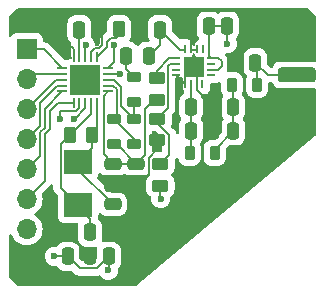
<source format=gbr>
%TF.GenerationSoftware,KiCad,Pcbnew,8.0.8*%
%TF.CreationDate,2025-04-03T17:01:25+02:00*%
%TF.ProjectId,nrf24small,6e726632-3473-46d6-916c-6c2e6b696361,rev?*%
%TF.SameCoordinates,Original*%
%TF.FileFunction,Copper,L1,Top*%
%TF.FilePolarity,Positive*%
%FSLAX46Y46*%
G04 Gerber Fmt 4.6, Leading zero omitted, Abs format (unit mm)*
G04 Created by KiCad (PCBNEW 8.0.8) date 2025-04-03 17:01:25*
%MOMM*%
%LPD*%
G01*
G04 APERTURE LIST*
G04 Aperture macros list*
%AMRoundRect*
0 Rectangle with rounded corners*
0 $1 Rounding radius*
0 $2 $3 $4 $5 $6 $7 $8 $9 X,Y pos of 4 corners*
0 Add a 4 corners polygon primitive as box body*
4,1,4,$2,$3,$4,$5,$6,$7,$8,$9,$2,$3,0*
0 Add four circle primitives for the rounded corners*
1,1,$1+$1,$2,$3*
1,1,$1+$1,$4,$5*
1,1,$1+$1,$6,$7*
1,1,$1+$1,$8,$9*
0 Add four rect primitives between the rounded corners*
20,1,$1+$1,$2,$3,$4,$5,0*
20,1,$1+$1,$4,$5,$6,$7,0*
20,1,$1+$1,$6,$7,$8,$9,0*
20,1,$1+$1,$8,$9,$2,$3,0*%
G04 Aperture macros list end*
%TA.AperFunction,SMDPad,CuDef*%
%ADD10RoundRect,0.218750X0.218750X0.381250X-0.218750X0.381250X-0.218750X-0.381250X0.218750X-0.381250X0*%
%TD*%
%TA.AperFunction,SMDPad,CuDef*%
%ADD11R,0.254000X0.762000*%
%TD*%
%TA.AperFunction,SMDPad,CuDef*%
%ADD12R,0.762000X0.254000*%
%TD*%
%TA.AperFunction,SMDPad,CuDef*%
%ADD13R,1.752600X1.752600*%
%TD*%
%TA.AperFunction,SMDPad,CuDef*%
%ADD14RoundRect,0.250000X0.250000X0.475000X-0.250000X0.475000X-0.250000X-0.475000X0.250000X-0.475000X0*%
%TD*%
%TA.AperFunction,SMDPad,CuDef*%
%ADD15RoundRect,0.250000X0.450000X-0.262500X0.450000X0.262500X-0.450000X0.262500X-0.450000X-0.262500X0*%
%TD*%
%TA.AperFunction,SMDPad,CuDef*%
%ADD16RoundRect,0.218750X0.381250X-0.218750X0.381250X0.218750X-0.381250X0.218750X-0.381250X-0.218750X0*%
%TD*%
%TA.AperFunction,SMDPad,CuDef*%
%ADD17RoundRect,0.250000X-0.250000X-0.475000X0.250000X-0.475000X0.250000X0.475000X-0.250000X0.475000X0*%
%TD*%
%TA.AperFunction,SMDPad,CuDef*%
%ADD18RoundRect,0.250000X0.475000X-0.250000X0.475000X0.250000X-0.475000X0.250000X-0.475000X-0.250000X0*%
%TD*%
%TA.AperFunction,SMDPad,CuDef*%
%ADD19RoundRect,0.250000X-0.262500X-0.450000X0.262500X-0.450000X0.262500X0.450000X-0.262500X0.450000X0*%
%TD*%
%TA.AperFunction,SMDPad,CuDef*%
%ADD20RoundRect,0.062500X-0.350000X-0.062500X0.350000X-0.062500X0.350000X0.062500X-0.350000X0.062500X0*%
%TD*%
%TA.AperFunction,SMDPad,CuDef*%
%ADD21RoundRect,0.062500X-0.062500X-0.350000X0.062500X-0.350000X0.062500X0.350000X-0.062500X0.350000X0*%
%TD*%
%TA.AperFunction,HeatsinkPad*%
%ADD22R,2.500000X2.500000*%
%TD*%
%TA.AperFunction,SMDPad,CuDef*%
%ADD23RoundRect,0.250000X0.262500X0.450000X-0.262500X0.450000X-0.262500X-0.450000X0.262500X-0.450000X0*%
%TD*%
%TA.AperFunction,SMDPad,CuDef*%
%ADD24R,2.400000X2.000000*%
%TD*%
%TA.AperFunction,SMDPad,CuDef*%
%ADD25RoundRect,0.218750X-0.381250X0.218750X-0.381250X-0.218750X0.381250X-0.218750X0.381250X0.218750X0*%
%TD*%
%TA.AperFunction,SMDPad,CuDef*%
%ADD26RoundRect,0.250000X-0.450000X0.262500X-0.450000X-0.262500X0.450000X-0.262500X0.450000X0.262500X0*%
%TD*%
%TA.AperFunction,ComponentPad*%
%ADD27R,1.700000X1.700000*%
%TD*%
%TA.AperFunction,ComponentPad*%
%ADD28O,1.700000X1.700000*%
%TD*%
%TA.AperFunction,SMDPad,CuDef*%
%ADD29RoundRect,0.250000X-0.475000X0.250000X-0.475000X-0.250000X0.475000X-0.250000X0.475000X0.250000X0*%
%TD*%
%TA.AperFunction,SMDPad,CuDef*%
%ADD30RoundRect,0.250000X1.350000X-0.385000X1.350000X0.385000X-1.350000X0.385000X-1.350000X-0.385000X0*%
%TD*%
%TA.AperFunction,SMDPad,CuDef*%
%ADD31RoundRect,0.250000X1.600000X-0.425000X1.600000X0.425000X-1.600000X0.425000X-1.600000X-0.425000X0*%
%TD*%
%TA.AperFunction,ViaPad*%
%ADD32C,0.600000*%
%TD*%
%TA.AperFunction,Conductor*%
%ADD33C,0.200000*%
%TD*%
G04 APERTURE END LIST*
D10*
%TO.P,L7,1,1*%
%TO.N,Net-(J1-In)*%
X36499689Y-21509569D03*
%TO.P,L7,2,2*%
%TO.N,Net-(C15-Pad1)*%
X34374689Y-21509569D03*
%TD*%
D11*
%TO.P,U2,1,NC*%
%TO.N,N/C*%
X31891966Y-18489231D03*
%TO.P,U2,2,GND*%
%TO.N,GND*%
X31391965Y-18489231D03*
%TO.P,U2,3,GND*%
X30891965Y-18489231D03*
%TO.P,U2,4,TXRX*%
%TO.N,Net-(U2-TXRX)*%
X30391964Y-18489231D03*
D12*
%TO.P,U2,5,TXEN*%
%TO.N,Net-(U2-TXEN)*%
X29680223Y-19189613D03*
%TO.P,U2,6,RXEN*%
%TO.N,Net-(U2-RXEN)*%
X29680223Y-19689614D03*
%TO.P,U2,7,NC*%
%TO.N,unconnected-(U2-NC-Pad7)*%
X29680223Y-20189614D03*
%TO.P,U2,8,GND*%
%TO.N,GND*%
X29680223Y-20689615D03*
D11*
%TO.P,U2,9,GND*%
X30383166Y-21411381D03*
%TO.P,U2,10,ANT*%
%TO.N,Net-(U2-ANT)*%
X30883167Y-21411381D03*
%TO.P,U2,11,GND*%
%TO.N,GND*%
X31383167Y-21411381D03*
%TO.P,U2,12,NC*%
%TO.N,unconnected-(U2-NC-Pad12)*%
X31883168Y-21411381D03*
D12*
%TO.P,U2,13,DNC*%
%TO.N,N/C*%
X32599867Y-20692122D03*
%TO.P,U2,14,VDD*%
%TO.N,+3.3V*%
X32599867Y-20192121D03*
%TO.P,U2,15,NC*%
%TO.N,N/C*%
X32599867Y-19692121D03*
%TO.P,U2,16,VDD*%
%TO.N,+3.3V*%
X32599867Y-19192120D03*
D13*
%TO.P,U2,17,GND*%
%TO.N,GND*%
X31141245Y-19947800D03*
%TD*%
D14*
%TO.P,C17,1*%
%TO.N,Net-(J1-In)*%
X36366688Y-19610815D03*
%TO.P,C17,2*%
%TO.N,GND*%
X34466688Y-19610815D03*
%TD*%
D15*
%TO.P,R6,1*%
%TO.N,GND*%
X28077995Y-26187854D03*
%TO.P,R6,2*%
%TO.N,Net-(U2-RXEN)*%
X28077995Y-24362854D03*
%TD*%
D14*
%TO.P,C4,1*%
%TO.N,Net-(U1-DVDD)*%
X21454759Y-16802819D03*
%TO.P,C4,2*%
%TO.N,GND*%
X19554759Y-16802819D03*
%TD*%
D16*
%TO.P,L2,1,1*%
%TO.N,Net-(U1-ANT1)*%
X26108385Y-26516912D03*
%TO.P,L2,2,2*%
%TO.N,Net-(U1-ANT2)*%
X26108385Y-24391912D03*
%TD*%
D17*
%TO.P,C14,1*%
%TO.N,Net-(U2-ANT)*%
X30916688Y-25365119D03*
%TO.P,C14,2*%
%TO.N,GND*%
X32816688Y-25365119D03*
%TD*%
D18*
%TO.P,C7,1*%
%TO.N,GND*%
X24277921Y-30047567D03*
%TO.P,C7,2*%
%TO.N,Net-(U1-VDD_PA)*%
X24277921Y-28147567D03*
%TD*%
D14*
%TO.P,C10,1*%
%TO.N,Net-(U2-TXRX)*%
X28303528Y-16802819D03*
%TO.P,C10,2*%
%TO.N,GND*%
X26403528Y-16802819D03*
%TD*%
D17*
%TO.P,C13,1*%
%TO.N,Net-(U2-ANT)*%
X30916688Y-23365119D03*
%TO.P,C13,2*%
%TO.N,GND*%
X32816688Y-23365119D03*
%TD*%
%TO.P,C11,1*%
%TO.N,GND*%
X30500000Y-16500000D03*
%TO.P,C11,2*%
%TO.N,+3.3V*%
X32400000Y-16500000D03*
%TD*%
D19*
%TO.P,R1,1*%
%TO.N,GND*%
X22996138Y-16792567D03*
%TO.P,R1,2*%
%TO.N,Net-(U1-IREF)*%
X24821138Y-16792567D03*
%TD*%
D17*
%TO.P,C3,1*%
%TO.N,+3.3V*%
X20470195Y-36005044D03*
%TO.P,C3,2*%
%TO.N,GND*%
X22370195Y-36005044D03*
%TD*%
%TO.P,C15,1*%
%TO.N,Net-(C15-Pad1)*%
X34507690Y-25380681D03*
%TO.P,C15,2*%
%TO.N,GND*%
X36407690Y-25380681D03*
%TD*%
D20*
%TO.P,U1,1,CE*%
%TO.N,Net-(J2-Pin_1)*%
X20032695Y-20042958D03*
%TO.P,U1,2,CSN*%
%TO.N,Net-(J2-Pin_2)*%
X20032695Y-20542958D03*
%TO.P,U1,3,SCK*%
%TO.N,Net-(J2-Pin_3)*%
X20032695Y-21042958D03*
%TO.P,U1,4,MOSI*%
%TO.N,Net-(J2-Pin_4)*%
X20032695Y-21542958D03*
%TO.P,U1,5,MISO*%
%TO.N,Net-(J2-Pin_5)*%
X20032695Y-22042958D03*
D21*
%TO.P,U1,6,IRQ*%
%TO.N,Net-(J2-Pin_6)*%
X20970195Y-22980458D03*
%TO.P,U1,7,VDD*%
%TO.N,+3.3V*%
X21470195Y-22980458D03*
%TO.P,U1,8,VSS*%
%TO.N,GND*%
X21970195Y-22980458D03*
%TO.P,U1,9,XC2*%
%TO.N,Net-(U1-XC2)*%
X22470195Y-22980458D03*
%TO.P,U1,10,XC1*%
%TO.N,Net-(U1-XC1)*%
X22970195Y-22980458D03*
D20*
%TO.P,U1,11,VDD_PA*%
%TO.N,Net-(U1-VDD_PA)*%
X23907695Y-22042958D03*
%TO.P,U1,12,ANT1*%
%TO.N,Net-(U1-ANT1)*%
X23907695Y-21542958D03*
%TO.P,U1,13,ANT2*%
%TO.N,Net-(U1-ANT2)*%
X23907695Y-21042958D03*
%TO.P,U1,14,VSS*%
%TO.N,GND*%
X23907695Y-20542958D03*
%TO.P,U1,15,VDD*%
%TO.N,+3.3V*%
X23907695Y-20042958D03*
D21*
%TO.P,U1,16,IREF*%
%TO.N,Net-(U1-IREF)*%
X22970195Y-19105458D03*
%TO.P,U1,17,VSS*%
%TO.N,GND*%
X22470195Y-19105458D03*
%TO.P,U1,18,VDD*%
%TO.N,+3.3V*%
X21970195Y-19105458D03*
%TO.P,U1,19,DVDD*%
%TO.N,Net-(U1-DVDD)*%
X21470195Y-19105458D03*
%TO.P,U1,20,VSS*%
%TO.N,GND*%
X20970195Y-19105458D03*
D22*
%TO.P,U1,21*%
%TO.N,N/C*%
X21970195Y-21042958D03*
%TD*%
D23*
%TO.P,R2,1*%
%TO.N,Net-(U1-XC1)*%
X22497839Y-25726701D03*
%TO.P,R2,2*%
%TO.N,Net-(U1-XC2)*%
X20672839Y-25726701D03*
%TD*%
D18*
%TO.P,C8,1*%
%TO.N,GND*%
X26277921Y-30047567D03*
%TO.P,C8,2*%
%TO.N,Net-(U1-VDD_PA)*%
X26277921Y-28147567D03*
%TD*%
D14*
%TO.P,C9,1*%
%TO.N,Net-(U2-TXRX)*%
X27351116Y-19057794D03*
%TO.P,C9,2*%
%TO.N,Net-(C9-Pad2)*%
X25451116Y-19057794D03*
%TD*%
D24*
%TO.P,Y1,1,1*%
%TO.N,Net-(U1-XC2)*%
X21370195Y-31681930D03*
%TO.P,Y1,2,2*%
%TO.N,Net-(U1-XC1)*%
X21370195Y-27981930D03*
%TD*%
D25*
%TO.P,L4,1,1*%
%TO.N,Net-(C9-Pad2)*%
X26120651Y-20834973D03*
%TO.P,L4,2,2*%
%TO.N,Net-(U1-ANT2)*%
X26120651Y-22959973D03*
%TD*%
D14*
%TO.P,C6,1*%
%TO.N,Net-(U1-XC2)*%
X22370195Y-33981930D03*
%TO.P,C6,2*%
%TO.N,GND*%
X20470195Y-33981930D03*
%TD*%
D26*
%TO.P,R4,1*%
%TO.N,Net-(U2-TXEN)*%
X27997261Y-20909724D03*
%TO.P,R4,2*%
%TO.N,Net-(U1-VDD_PA)*%
X27997261Y-22734724D03*
%TD*%
D27*
%TO.P,J2,1,Pin_1*%
%TO.N,Net-(J2-Pin_1)*%
X17000000Y-18460000D03*
D28*
%TO.P,J2,2,Pin_2*%
%TO.N,Net-(J2-Pin_2)*%
X17000000Y-21000000D03*
%TO.P,J2,3,Pin_3*%
%TO.N,Net-(J2-Pin_3)*%
X17000000Y-23540000D03*
%TO.P,J2,4,Pin_4*%
%TO.N,Net-(J2-Pin_4)*%
X17000000Y-26080000D03*
%TO.P,J2,5,Pin_5*%
%TO.N,Net-(J2-Pin_5)*%
X17000000Y-28620000D03*
%TO.P,J2,6,Pin_6*%
%TO.N,Net-(J2-Pin_6)*%
X17000000Y-31160000D03*
%TO.P,J2,7,Pin_7*%
%TO.N,+3.3V*%
X17000000Y-33700000D03*
%TO.P,J2,8,Pin_8*%
%TO.N,GND*%
X17000000Y-36240000D03*
%TD*%
D16*
%TO.P,L3,1,1*%
%TO.N,Net-(U1-VDD_PA)*%
X24408385Y-26516912D03*
%TO.P,L3,2,2*%
%TO.N,Net-(U1-ANT1)*%
X24408385Y-24391912D03*
%TD*%
D17*
%TO.P,C16,1*%
%TO.N,Net-(C15-Pad1)*%
X34500000Y-23365119D03*
%TO.P,C16,2*%
%TO.N,GND*%
X36400000Y-23365119D03*
%TD*%
%TO.P,C12,1*%
%TO.N,+3.3V*%
X34000000Y-16500000D03*
%TO.P,C12,2*%
%TO.N,GND*%
X35900000Y-16500000D03*
%TD*%
D29*
%TO.P,C5,1*%
%TO.N,Net-(U1-XC1)*%
X24293667Y-31604376D03*
%TO.P,C5,2*%
%TO.N,GND*%
X24293667Y-33504376D03*
%TD*%
D10*
%TO.P,L5,1,1*%
%TO.N,Net-(C15-Pad1)*%
X32918935Y-27252339D03*
%TO.P,L5,2,2*%
%TO.N,Net-(U2-ANT)*%
X30793935Y-27252339D03*
%TD*%
D17*
%TO.P,C1,1*%
%TO.N,+3.3V*%
X23964865Y-36000000D03*
%TO.P,C1,2*%
%TO.N,GND*%
X25864865Y-36000000D03*
%TD*%
D30*
%TO.P,J1,1,In*%
%TO.N,Net-(J1-In)*%
X39885366Y-20648667D03*
D31*
%TO.P,J1,2,Ext*%
%TO.N,GND*%
X39635366Y-17823667D03*
X39635366Y-23473667D03*
%TD*%
D26*
%TO.P,R5,1*%
%TO.N,Net-(U2-RXEN)*%
X28325158Y-28193670D03*
%TO.P,R5,2*%
%TO.N,Net-(J2-Pin_1)*%
X28325158Y-30018670D03*
%TD*%
D32*
%TO.N,+3.3V*%
X21996278Y-18118475D03*
X19328733Y-36005044D03*
X23914865Y-37200000D03*
X19842995Y-24398105D03*
X24376515Y-18085719D03*
X34000000Y-18000000D03*
%TO.N,GND*%
X24917978Y-20568629D03*
X21000000Y-24361538D03*
X39500000Y-25500000D03*
%TO.N,Net-(J2-Pin_1)*%
X28346311Y-31118475D03*
%TD*%
D33*
%TO.N,+3.3V*%
X19842995Y-23692958D02*
X21184581Y-23692958D01*
X32400000Y-16500000D02*
X34000000Y-16500000D01*
X32400000Y-19008754D02*
X32589045Y-19197799D01*
X21470195Y-23407344D02*
X21470195Y-22980458D01*
X32589045Y-19197799D02*
X33197799Y-19197799D01*
X23907695Y-20042958D02*
X24376515Y-19574138D01*
X23964865Y-36000000D02*
X23964865Y-37150000D01*
X21996278Y-18118475D02*
X21970195Y-18144558D01*
X24376515Y-19574138D02*
X24376515Y-18085719D01*
X21184581Y-23692958D02*
X21470195Y-23407344D01*
X32400000Y-16500000D02*
X32400000Y-19008754D01*
X23964865Y-37150000D02*
X23914865Y-37200000D01*
X33500000Y-19500000D02*
X33500000Y-19894845D01*
X22934821Y-37030044D02*
X21495195Y-37030044D01*
X23964865Y-36000000D02*
X22934821Y-37030044D01*
X33500000Y-19894845D02*
X33197045Y-20197800D01*
X21495195Y-37030044D02*
X20470195Y-36005044D01*
X19842995Y-24398105D02*
X19842995Y-23692958D01*
X20470195Y-36005044D02*
X19328733Y-36005044D01*
X33197799Y-19197799D02*
X33500000Y-19500000D01*
X21970195Y-18144558D02*
X21970195Y-19105458D01*
X34000000Y-16500000D02*
X34000000Y-18000000D01*
X33197045Y-20197800D02*
X32589045Y-20197800D01*
%TO.N,GND*%
X30891245Y-16891245D02*
X30500000Y-16500000D01*
X32816688Y-23365119D02*
X32816688Y-25365119D01*
X20970195Y-18470195D02*
X20500000Y-18000000D01*
X23376515Y-17172944D02*
X22996138Y-16792567D01*
X30891245Y-18500000D02*
X31391245Y-18500000D01*
X27325488Y-27674512D02*
X27325488Y-29000000D01*
X28077995Y-26922005D02*
X27325488Y-27674512D01*
X31383167Y-20189722D02*
X31141245Y-19947800D01*
X28077995Y-26187854D02*
X28077995Y-26922005D01*
X22470195Y-18678572D02*
X22755809Y-18392958D01*
X30383166Y-20705879D02*
X31141245Y-19947800D01*
X34466688Y-19610815D02*
X34466688Y-19033312D01*
X21081687Y-24361538D02*
X21970195Y-23473030D01*
X26277921Y-30047567D02*
X27325488Y-29000000D01*
X23376515Y-18123485D02*
X23376515Y-17172944D01*
X21000000Y-24361538D02*
X21081687Y-24361538D01*
X21970195Y-23473030D02*
X21970195Y-22980458D01*
X24277921Y-30047567D02*
X26277921Y-30047567D01*
X22470195Y-19105458D02*
X22470195Y-18678572D01*
X32816688Y-23365119D02*
X32816688Y-22683312D01*
X31383167Y-21411381D02*
X31383167Y-20189722D01*
X27325488Y-29000000D02*
X27331658Y-29006170D01*
X31391245Y-21395600D02*
X31391245Y-21939676D01*
X34466688Y-19033312D02*
X35900000Y-17600000D01*
X30383166Y-21411381D02*
X30383166Y-20705879D01*
X24892307Y-20542958D02*
X24917978Y-20568629D01*
X23907695Y-20542958D02*
X24892307Y-20542958D01*
X20970195Y-19105458D02*
X20970195Y-18470195D01*
X29693445Y-20697801D02*
X30391244Y-21395600D01*
X35900000Y-17600000D02*
X35900000Y-16500000D01*
X23107042Y-18392958D02*
X23376515Y-18123485D01*
X30891245Y-18500000D02*
X30891245Y-16891245D01*
X22755809Y-18392958D02*
X23107042Y-18392958D01*
X31391245Y-21939676D02*
X32816688Y-23365119D01*
%TO.N,Net-(U1-DVDD)*%
X21396278Y-16861300D02*
X21396278Y-19031541D01*
X21396278Y-19031541D02*
X21470195Y-19105458D01*
X21454759Y-16802819D02*
X21396278Y-16861300D01*
%TO.N,Net-(J1-In)*%
X36499689Y-19743816D02*
X36366688Y-19610815D01*
X37404540Y-20648667D02*
X36366688Y-19610815D01*
X36499689Y-21509569D02*
X36499689Y-19743816D01*
X39885366Y-20648667D02*
X37404540Y-20648667D01*
%TO.N,Net-(J2-Pin_1)*%
X17000000Y-18460000D02*
X18449737Y-18460000D01*
X18449737Y-18460000D02*
X20032695Y-20042958D01*
X28325158Y-30018670D02*
X28325158Y-31097322D01*
X28325158Y-31097322D02*
X28346311Y-31118475D01*
%TO.N,Net-(J2-Pin_6)*%
X18550000Y-25661372D02*
X18950000Y-25261372D01*
X18950000Y-25261372D02*
X18950000Y-23691339D01*
X17000000Y-31160000D02*
X18550000Y-29610000D01*
X19660881Y-22980458D02*
X20970195Y-22980458D01*
X18550000Y-29610000D02*
X18550000Y-25661372D01*
X18950000Y-23691339D02*
X19660881Y-22980458D01*
%TO.N,Net-(U1-XC1)*%
X22970195Y-25254345D02*
X22497839Y-25726701D01*
X21370195Y-27981930D02*
X21370195Y-28680904D01*
X21370195Y-28680904D02*
X24293667Y-31604376D01*
X22970195Y-22980458D02*
X22970195Y-25254345D01*
X22497839Y-26854286D02*
X21370195Y-27981930D01*
X22497839Y-25726701D02*
X22497839Y-26854286D01*
%TO.N,Net-(U1-XC2)*%
X21370195Y-31831930D02*
X22370195Y-32831930D01*
X19870195Y-26529345D02*
X19870195Y-30181930D01*
X22370195Y-32831930D02*
X22370195Y-33981930D01*
X20672839Y-25726701D02*
X19870195Y-26529345D01*
X22470195Y-23929345D02*
X20672839Y-25726701D01*
X19870195Y-30181930D02*
X21370195Y-31681930D01*
X22470195Y-22980458D02*
X22470195Y-23929345D01*
%TO.N,Net-(U1-VDD_PA)*%
X23907695Y-22042958D02*
X23508385Y-22442268D01*
X27008385Y-27417103D02*
X26277921Y-28147567D01*
X23508385Y-22442268D02*
X23508385Y-27378031D01*
X27000000Y-23500000D02*
X27008385Y-23508385D01*
X26277921Y-28147567D02*
X24647266Y-26516912D01*
X23508385Y-27378031D02*
X24277921Y-28147567D01*
X27765276Y-22734724D02*
X27000000Y-23500000D01*
X24277921Y-28147567D02*
X26277921Y-28147567D01*
X27008385Y-23508385D02*
X27008385Y-27417103D01*
X24647266Y-26516912D02*
X24408385Y-26516912D01*
X27997261Y-22734724D02*
X27765276Y-22734724D01*
%TO.N,Net-(C9-Pad2)*%
X25443080Y-19054743D02*
X25443080Y-20157402D01*
X25443080Y-20157402D02*
X26120651Y-20834973D01*
%TO.N,Net-(U1-ANT1)*%
X24408385Y-24391912D02*
X24620195Y-24180102D01*
X24620195Y-24180102D02*
X24620195Y-21828572D01*
X24620195Y-21828572D02*
X24334581Y-21542958D01*
X26108385Y-26091912D02*
X26108385Y-26516912D01*
X24408385Y-24391912D02*
X26108385Y-26091912D01*
X24334581Y-21542958D02*
X23907695Y-21542958D01*
%TO.N,Net-(U1-ANT2)*%
X23907695Y-21042958D02*
X24400267Y-21042958D01*
X26108385Y-22972239D02*
X26120651Y-22959973D01*
X25020195Y-21662886D02*
X25020195Y-23303722D01*
X24400267Y-21042958D02*
X25020195Y-21662886D01*
X26108385Y-24391912D02*
X26108385Y-22972239D01*
X25020195Y-23303722D02*
X26108385Y-24391912D01*
%TO.N,Net-(U1-IREF)*%
X24821138Y-17254515D02*
X24589934Y-17485719D01*
X23776515Y-17837190D02*
X23776515Y-18299138D01*
X24821138Y-16792567D02*
X24821138Y-17254515D01*
X23776515Y-18299138D02*
X22970195Y-19105458D01*
X24589934Y-17485719D02*
X24127986Y-17485719D01*
X24127986Y-17485719D02*
X23776515Y-17837190D01*
%TO.N,Net-(J2-Pin_2)*%
X17457042Y-20542958D02*
X20032695Y-20542958D01*
X17000000Y-21000000D02*
X17457042Y-20542958D01*
%TO.N,Net-(J2-Pin_4)*%
X18150000Y-24930000D02*
X18150000Y-22998767D01*
X18150000Y-22998767D02*
X19605809Y-21542958D01*
X19605809Y-21542958D02*
X20032695Y-21542958D01*
X17000000Y-26080000D02*
X18150000Y-24930000D01*
%TO.N,Net-(J2-Pin_5)*%
X17000000Y-28620000D02*
X18150000Y-27470000D01*
X18550000Y-25095686D02*
X18550000Y-23525653D01*
X18150000Y-27470000D02*
X18150000Y-25495686D01*
X18150000Y-25495686D02*
X18550000Y-25095686D01*
X18550000Y-23525653D02*
X20032695Y-22042958D01*
%TO.N,Net-(J2-Pin_3)*%
X19497042Y-21042958D02*
X20032695Y-21042958D01*
X17000000Y-23540000D02*
X19497042Y-21042958D01*
%TO.N,Net-(U2-TXRX)*%
X28303528Y-18094295D02*
X27343080Y-19054743D01*
X30000709Y-18500000D02*
X30391244Y-18500000D01*
X28303528Y-16802819D02*
X30000709Y-18500000D01*
X28303528Y-16802819D02*
X28303528Y-18094295D01*
%TO.N,Net-(U2-ANT)*%
X30891245Y-23339676D02*
X30916688Y-23365119D01*
X30891245Y-21395600D02*
X30891245Y-23339676D01*
X30916688Y-25365119D02*
X30916688Y-27129586D01*
X30916688Y-27129586D02*
X30793935Y-27252339D01*
X30916688Y-23365119D02*
X30916688Y-25365119D01*
%TO.N,Net-(C15-Pad1)*%
X34507690Y-23372809D02*
X34500000Y-23365119D01*
X34507690Y-25380681D02*
X34507690Y-23372809D01*
X34500000Y-23365119D02*
X34500000Y-21634880D01*
X32918935Y-26969436D02*
X34507690Y-25380681D01*
X32918935Y-27252339D02*
X32918935Y-26969436D01*
X34500000Y-21634880D02*
X34374689Y-21509569D01*
%TO.N,Net-(U2-TXEN)*%
X29085446Y-19197799D02*
X29693445Y-19197799D01*
X27997261Y-20909724D02*
X27997261Y-20285984D01*
X27997261Y-20285984D02*
X29085446Y-19197799D01*
%TO.N,Net-(U2-RXEN)*%
X28997261Y-19851670D02*
X28997261Y-23443588D01*
X29693445Y-19697800D02*
X29151131Y-19697800D01*
X28077995Y-24362854D02*
X28077995Y-24690610D01*
X29077995Y-25690610D02*
X29077995Y-27440833D01*
X29151131Y-19697800D02*
X28997261Y-19851670D01*
X28077995Y-24690610D02*
X29077995Y-25690610D01*
X28997261Y-23443588D02*
X28077995Y-24362854D01*
X29077995Y-27440833D02*
X28325158Y-28193670D01*
%TD*%
%TA.AperFunction,Conductor*%
%TO.N,GND*%
G36*
X40808363Y-15020185D02*
G01*
X40829005Y-15036819D01*
X41463181Y-15670995D01*
X41496666Y-15732318D01*
X41499500Y-15758676D01*
X41499500Y-19397728D01*
X41479815Y-19464767D01*
X41427011Y-19510522D01*
X41362899Y-19521086D01*
X41285378Y-19513167D01*
X38485364Y-19513167D01*
X38485347Y-19513168D01*
X38382569Y-19523667D01*
X38382566Y-19523668D01*
X38216034Y-19578852D01*
X38216029Y-19578854D01*
X38066708Y-19670956D01*
X37942655Y-19795009D01*
X37850553Y-19944330D01*
X37850552Y-19944333D01*
X37844308Y-19963173D01*
X37804537Y-20020616D01*
X37740021Y-20047439D01*
X37726604Y-20048167D01*
X37704637Y-20048167D01*
X37637598Y-20028482D01*
X37616956Y-20011848D01*
X37403506Y-19798398D01*
X37370021Y-19737075D01*
X37367187Y-19710717D01*
X37367187Y-19085813D01*
X37367186Y-19085796D01*
X37356687Y-18983018D01*
X37356686Y-18983015D01*
X37346568Y-18952480D01*
X37301502Y-18816481D01*
X37209400Y-18667159D01*
X37085344Y-18543103D01*
X36992576Y-18485884D01*
X36936024Y-18451002D01*
X36936019Y-18451000D01*
X36934550Y-18450513D01*
X36769485Y-18395816D01*
X36769483Y-18395815D01*
X36666698Y-18385315D01*
X36066686Y-18385315D01*
X36066668Y-18385316D01*
X35963891Y-18395815D01*
X35963888Y-18395816D01*
X35797356Y-18451000D01*
X35797351Y-18451002D01*
X35648030Y-18543104D01*
X35523977Y-18667157D01*
X35431875Y-18816478D01*
X35431873Y-18816483D01*
X35427697Y-18829085D01*
X35376689Y-18983018D01*
X35376689Y-18983019D01*
X35376688Y-18983019D01*
X35366188Y-19085798D01*
X35366188Y-20135816D01*
X35366189Y-20135834D01*
X35376688Y-20238611D01*
X35376689Y-20238614D01*
X35422005Y-20375366D01*
X35431874Y-20405149D01*
X35514086Y-20538437D01*
X35523977Y-20554472D01*
X35619076Y-20649571D01*
X35652561Y-20710894D01*
X35647577Y-20780586D01*
X35636936Y-20802345D01*
X35624644Y-20822274D01*
X35624639Y-20822284D01*
X35607478Y-20874074D01*
X35571753Y-20981884D01*
X35571753Y-20981885D01*
X35571752Y-20981885D01*
X35561689Y-21080387D01*
X35561689Y-21938750D01*
X35571752Y-22037252D01*
X35624639Y-22196853D01*
X35624644Y-22196864D01*
X35712905Y-22339956D01*
X35712908Y-22339960D01*
X35831797Y-22458849D01*
X35831801Y-22458852D01*
X35974893Y-22547113D01*
X35974896Y-22547114D01*
X35974902Y-22547118D01*
X36134504Y-22600005D01*
X36233015Y-22610069D01*
X36233020Y-22610069D01*
X36766358Y-22610069D01*
X36766363Y-22610069D01*
X36864874Y-22600005D01*
X37024476Y-22547118D01*
X37167580Y-22458850D01*
X37286470Y-22339960D01*
X37374738Y-22196856D01*
X37427625Y-22037254D01*
X37437689Y-21938743D01*
X37437689Y-21373167D01*
X37457374Y-21306128D01*
X37510178Y-21260373D01*
X37561689Y-21249167D01*
X37726604Y-21249167D01*
X37793643Y-21268852D01*
X37839398Y-21321656D01*
X37844306Y-21334152D01*
X37850552Y-21353001D01*
X37942654Y-21502323D01*
X38066710Y-21626379D01*
X38216032Y-21718481D01*
X38382569Y-21773666D01*
X38485357Y-21784167D01*
X41285374Y-21784166D01*
X41362900Y-21776246D01*
X41431590Y-21789015D01*
X41482475Y-21836896D01*
X41499500Y-21899604D01*
X41499500Y-25708702D01*
X41479815Y-25775741D01*
X41455184Y-25803710D01*
X26352465Y-38470508D01*
X26288450Y-38498506D01*
X26272781Y-38499500D01*
X16258676Y-38499500D01*
X16191637Y-38479815D01*
X16170995Y-38463181D01*
X15536819Y-37829005D01*
X15503334Y-37767682D01*
X15500500Y-37741324D01*
X15500500Y-34239196D01*
X15520185Y-34172157D01*
X15572989Y-34126402D01*
X15642147Y-34116458D01*
X15705703Y-34145483D01*
X15736882Y-34186791D01*
X15825965Y-34377830D01*
X15825967Y-34377834D01*
X15916367Y-34506938D01*
X15961505Y-34571401D01*
X16128599Y-34738495D01*
X16195018Y-34785002D01*
X16322165Y-34874032D01*
X16322167Y-34874033D01*
X16322170Y-34874035D01*
X16536337Y-34973903D01*
X16764592Y-35035063D01*
X16931227Y-35049642D01*
X16999999Y-35055659D01*
X17000000Y-35055659D01*
X17000001Y-35055659D01*
X17039234Y-35052226D01*
X17235408Y-35035063D01*
X17463663Y-34973903D01*
X17677830Y-34874035D01*
X17871401Y-34738495D01*
X18038495Y-34571401D01*
X18174035Y-34377830D01*
X18273903Y-34163663D01*
X18335063Y-33935408D01*
X18355659Y-33700000D01*
X18335063Y-33464592D01*
X18286888Y-33284799D01*
X18273905Y-33236344D01*
X18273904Y-33236343D01*
X18273903Y-33236337D01*
X18174035Y-33022171D01*
X18058696Y-32857448D01*
X18038494Y-32828597D01*
X17871402Y-32661506D01*
X17871396Y-32661501D01*
X17685842Y-32531575D01*
X17642217Y-32476998D01*
X17635023Y-32407500D01*
X17666546Y-32345145D01*
X17685842Y-32328425D01*
X17708026Y-32312891D01*
X17871401Y-32198495D01*
X18038495Y-32031401D01*
X18174035Y-31837830D01*
X18273903Y-31623663D01*
X18335063Y-31395408D01*
X18355659Y-31160000D01*
X18335063Y-30924592D01*
X18300671Y-30796239D01*
X18302334Y-30726393D01*
X18332763Y-30676470D01*
X18908506Y-30100728D01*
X18908511Y-30100724D01*
X18918714Y-30090520D01*
X18918716Y-30090520D01*
X19030520Y-29978716D01*
X19038307Y-29965227D01*
X19088872Y-29917012D01*
X19157478Y-29903787D01*
X19222344Y-29929753D01*
X19262874Y-29986666D01*
X19269695Y-30027226D01*
X19269695Y-30095260D01*
X19269694Y-30095278D01*
X19269694Y-30260984D01*
X19269693Y-30260984D01*
X19310618Y-30413715D01*
X19339553Y-30463830D01*
X19339554Y-30463834D01*
X19339555Y-30463834D01*
X19389674Y-30550644D01*
X19389676Y-30550647D01*
X19508544Y-30669515D01*
X19508550Y-30669520D01*
X19633376Y-30794346D01*
X19666861Y-30855669D01*
X19669695Y-30882027D01*
X19669695Y-32729800D01*
X19669696Y-32729806D01*
X19676103Y-32789413D01*
X19726397Y-32924258D01*
X19726401Y-32924265D01*
X19812647Y-33039474D01*
X19812650Y-33039477D01*
X19927859Y-33125723D01*
X19927866Y-33125727D01*
X20062712Y-33176021D01*
X20062711Y-33176021D01*
X20069639Y-33176765D01*
X20122322Y-33182430D01*
X21265373Y-33182429D01*
X21332412Y-33202114D01*
X21378167Y-33254917D01*
X21388111Y-33324076D01*
X21383080Y-33345431D01*
X21380195Y-33354135D01*
X21369695Y-33456913D01*
X21369695Y-34506931D01*
X21369696Y-34506949D01*
X21380195Y-34609726D01*
X21380196Y-34609729D01*
X21435380Y-34776261D01*
X21435382Y-34776266D01*
X21454032Y-34806503D01*
X21527483Y-34925586D01*
X21651539Y-35049642D01*
X21800861Y-35141744D01*
X21967398Y-35196929D01*
X22070186Y-35207430D01*
X22670203Y-35207429D01*
X22670211Y-35207428D01*
X22670214Y-35207428D01*
X22726497Y-35201678D01*
X22772992Y-35196929D01*
X22830638Y-35177826D01*
X22900464Y-35175425D01*
X22960507Y-35211156D01*
X22991700Y-35273676D01*
X22987347Y-35334535D01*
X22974867Y-35372197D01*
X22974865Y-35372204D01*
X22964365Y-35474983D01*
X22964365Y-36099902D01*
X22944680Y-36166941D01*
X22928046Y-36187583D01*
X22722405Y-36393225D01*
X22661082Y-36426710D01*
X22634724Y-36429544D01*
X21795292Y-36429544D01*
X21728253Y-36409859D01*
X21707611Y-36393225D01*
X21507013Y-36192627D01*
X21473528Y-36131304D01*
X21470694Y-36104946D01*
X21470694Y-35480042D01*
X21470693Y-35480025D01*
X21460194Y-35377247D01*
X21460193Y-35377244D01*
X21458521Y-35372197D01*
X21405009Y-35210710D01*
X21312907Y-35061388D01*
X21188851Y-34937332D01*
X21039529Y-34845230D01*
X20872992Y-34790045D01*
X20872990Y-34790044D01*
X20770205Y-34779544D01*
X20170193Y-34779544D01*
X20170175Y-34779545D01*
X20067398Y-34790044D01*
X20067395Y-34790045D01*
X19900863Y-34845229D01*
X19900858Y-34845231D01*
X19751537Y-34937333D01*
X19627483Y-35061387D01*
X19627480Y-35061391D01*
X19569710Y-35155051D01*
X19517762Y-35201776D01*
X19450289Y-35213174D01*
X19328737Y-35199479D01*
X19328729Y-35199479D01*
X19149483Y-35219674D01*
X19149478Y-35219675D01*
X18979209Y-35279255D01*
X18826470Y-35375228D01*
X18698917Y-35502781D01*
X18602944Y-35655520D01*
X18543364Y-35825789D01*
X18543363Y-35825794D01*
X18523168Y-36005040D01*
X18523168Y-36005047D01*
X18543363Y-36184293D01*
X18543364Y-36184298D01*
X18602944Y-36354567D01*
X18627235Y-36393225D01*
X18698917Y-36507306D01*
X18826471Y-36634860D01*
X18979211Y-36730833D01*
X19127593Y-36782754D01*
X19149478Y-36790412D01*
X19149483Y-36790413D01*
X19328729Y-36810609D01*
X19328733Y-36810609D01*
X19328736Y-36810609D01*
X19409905Y-36801463D01*
X19450288Y-36796913D01*
X19519110Y-36808967D01*
X19569710Y-36855035D01*
X19627483Y-36948700D01*
X19751539Y-37072756D01*
X19900861Y-37164858D01*
X20067398Y-37220043D01*
X20170186Y-37230544D01*
X20770203Y-37230543D01*
X20780771Y-37229463D01*
X20849463Y-37242231D01*
X20881056Y-37265140D01*
X21010334Y-37394418D01*
X21010344Y-37394429D01*
X21014674Y-37398759D01*
X21014675Y-37398760D01*
X21126479Y-37510564D01*
X21193957Y-37549522D01*
X21263410Y-37589621D01*
X21416138Y-37630545D01*
X21416141Y-37630545D01*
X21581848Y-37630545D01*
X21581864Y-37630544D01*
X22848152Y-37630544D01*
X22848168Y-37630545D01*
X22855764Y-37630545D01*
X23013875Y-37630545D01*
X23013878Y-37630545D01*
X23119007Y-37602375D01*
X23188855Y-37604038D01*
X23246717Y-37643200D01*
X23256090Y-37656174D01*
X23285049Y-37702262D01*
X23412603Y-37829816D01*
X23565343Y-37925789D01*
X23735610Y-37985368D01*
X23735615Y-37985369D01*
X23914861Y-38005565D01*
X23914865Y-38005565D01*
X23914869Y-38005565D01*
X24094114Y-37985369D01*
X24094117Y-37985368D01*
X24094120Y-37985368D01*
X24264387Y-37925789D01*
X24417127Y-37829816D01*
X24544681Y-37702262D01*
X24640654Y-37549522D01*
X24700233Y-37379255D01*
X24717111Y-37229463D01*
X24720430Y-37200002D01*
X24720430Y-37199998D01*
X24709982Y-37107277D01*
X24722036Y-37038455D01*
X24745518Y-37005713D01*
X24807577Y-36943656D01*
X24899679Y-36794334D01*
X24954864Y-36627797D01*
X24965365Y-36525009D01*
X24965364Y-35474992D01*
X24954864Y-35372203D01*
X24899679Y-35205666D01*
X24807577Y-35056344D01*
X24683521Y-34932288D01*
X24589072Y-34874032D01*
X24534201Y-34840187D01*
X24534196Y-34840185D01*
X24532727Y-34839698D01*
X24367662Y-34785001D01*
X24367660Y-34785000D01*
X24264875Y-34774500D01*
X23664863Y-34774500D01*
X23664845Y-34774501D01*
X23562068Y-34785000D01*
X23562061Y-34785002D01*
X23504421Y-34804102D01*
X23434592Y-34806503D01*
X23374551Y-34770771D01*
X23343359Y-34708250D01*
X23347712Y-34647392D01*
X23360194Y-34609727D01*
X23370695Y-34506939D01*
X23370694Y-33456922D01*
X23360194Y-33354133D01*
X23305009Y-33187596D01*
X23212907Y-33038274D01*
X23093404Y-32918771D01*
X23059919Y-32857448D01*
X23064215Y-32797369D01*
X23062502Y-32796965D01*
X23064286Y-32789413D01*
X23070695Y-32729803D01*
X23070694Y-32467130D01*
X23090378Y-32400094D01*
X23143182Y-32354339D01*
X23212341Y-32344395D01*
X23275896Y-32373420D01*
X23282375Y-32379452D01*
X23350011Y-32447088D01*
X23499333Y-32539190D01*
X23665870Y-32594375D01*
X23768658Y-32604876D01*
X24818675Y-32604875D01*
X24818683Y-32604874D01*
X24818686Y-32604874D01*
X24874969Y-32599124D01*
X24921464Y-32594375D01*
X25088001Y-32539190D01*
X25237323Y-32447088D01*
X25361379Y-32323032D01*
X25453481Y-32173710D01*
X25508666Y-32007173D01*
X25519167Y-31904385D01*
X25519166Y-31304368D01*
X25518487Y-31297724D01*
X25508666Y-31201579D01*
X25508665Y-31201576D01*
X25481127Y-31118472D01*
X25453481Y-31035042D01*
X25361379Y-30885720D01*
X25237323Y-30761664D01*
X25144555Y-30704445D01*
X25088003Y-30669563D01*
X25087998Y-30669561D01*
X25066538Y-30662450D01*
X24921464Y-30614377D01*
X24921462Y-30614376D01*
X24818683Y-30603876D01*
X24818676Y-30603876D01*
X24193765Y-30603876D01*
X24126726Y-30584191D01*
X24106084Y-30567557D01*
X22982424Y-29443897D01*
X22948939Y-29382574D01*
X22953923Y-29312882D01*
X22970839Y-29281904D01*
X23013991Y-29224261D01*
X23064286Y-29089413D01*
X23070695Y-29029803D01*
X23070694Y-29026084D01*
X23090369Y-28959045D01*
X23143167Y-28913283D01*
X23212324Y-28903330D01*
X23275883Y-28932346D01*
X23282375Y-28938389D01*
X23334265Y-28990279D01*
X23483587Y-29082381D01*
X23650124Y-29137566D01*
X23752912Y-29148067D01*
X24802929Y-29148066D01*
X24802937Y-29148065D01*
X24802940Y-29148065D01*
X24859223Y-29142315D01*
X24905718Y-29137566D01*
X25072255Y-29082381D01*
X25212826Y-28995676D01*
X25280217Y-28977237D01*
X25343015Y-28995676D01*
X25483587Y-29082381D01*
X25650124Y-29137566D01*
X25752912Y-29148067D01*
X26802929Y-29148066D01*
X26802937Y-29148065D01*
X26802940Y-29148065D01*
X26859223Y-29142315D01*
X26905718Y-29137566D01*
X27072255Y-29082381D01*
X27216260Y-28993558D01*
X27283650Y-28975118D01*
X27350314Y-28996040D01*
X27369036Y-29011416D01*
X27376109Y-29018489D01*
X27409594Y-29079812D01*
X27404610Y-29149504D01*
X27376109Y-29193851D01*
X27282447Y-29287512D01*
X27190345Y-29436833D01*
X27190343Y-29436838D01*
X27171523Y-29493635D01*
X27135159Y-29603373D01*
X27135159Y-29603374D01*
X27135158Y-29603374D01*
X27124658Y-29706153D01*
X27124658Y-30331171D01*
X27124659Y-30331189D01*
X27135158Y-30433966D01*
X27135159Y-30433969D01*
X27173823Y-30550647D01*
X27190344Y-30600504D01*
X27282446Y-30749826D01*
X27406502Y-30873882D01*
X27490862Y-30925915D01*
X27537586Y-30977863D01*
X27548986Y-31045336D01*
X27540747Y-31118472D01*
X27540746Y-31118478D01*
X27560941Y-31297724D01*
X27560942Y-31297729D01*
X27620522Y-31467998D01*
X27694921Y-31586402D01*
X27716495Y-31620737D01*
X27844049Y-31748291D01*
X27934391Y-31805057D01*
X27986555Y-31837834D01*
X27996789Y-31844264D01*
X28167056Y-31903843D01*
X28167061Y-31903844D01*
X28346307Y-31924040D01*
X28346311Y-31924040D01*
X28346315Y-31924040D01*
X28525560Y-31903844D01*
X28525563Y-31903843D01*
X28525566Y-31903843D01*
X28695833Y-31844264D01*
X28848573Y-31748291D01*
X28976127Y-31620737D01*
X29072100Y-31467997D01*
X29131679Y-31297730D01*
X29138727Y-31235179D01*
X29151876Y-31118478D01*
X29151876Y-31118472D01*
X29143635Y-31045336D01*
X29140886Y-31020937D01*
X29152940Y-30952117D01*
X29199007Y-30901518D01*
X29243814Y-30873882D01*
X29367870Y-30749826D01*
X29459972Y-30600504D01*
X29515157Y-30433967D01*
X29525658Y-30331179D01*
X29525657Y-29706162D01*
X29515157Y-29603373D01*
X29459972Y-29436836D01*
X29367870Y-29287514D01*
X29274207Y-29193851D01*
X29240722Y-29132528D01*
X29245706Y-29062836D01*
X29274207Y-29018489D01*
X29317578Y-28975118D01*
X29367870Y-28924826D01*
X29459972Y-28775504D01*
X29515157Y-28608967D01*
X29525658Y-28506179D01*
X29525657Y-27893767D01*
X29545341Y-27826729D01*
X29553830Y-27816196D01*
X29553568Y-27815995D01*
X29558509Y-27809554D01*
X29558515Y-27809549D01*
X29620733Y-27701784D01*
X29630566Y-27684751D01*
X29681131Y-27636536D01*
X29749738Y-27623311D01*
X29814603Y-27649277D01*
X29855133Y-27706191D01*
X29861312Y-27734147D01*
X29865998Y-27780021D01*
X29865999Y-27780024D01*
X29881476Y-27826729D01*
X29918885Y-27939623D01*
X29918890Y-27939634D01*
X30007151Y-28082726D01*
X30007154Y-28082730D01*
X30126043Y-28201619D01*
X30126047Y-28201622D01*
X30269139Y-28289883D01*
X30269142Y-28289884D01*
X30269148Y-28289888D01*
X30428750Y-28342775D01*
X30527261Y-28352839D01*
X30527266Y-28352839D01*
X31060604Y-28352839D01*
X31060609Y-28352839D01*
X31159120Y-28342775D01*
X31318722Y-28289888D01*
X31461826Y-28201620D01*
X31580716Y-28082730D01*
X31668984Y-27939626D01*
X31721871Y-27780024D01*
X31731935Y-27681513D01*
X31731935Y-26823165D01*
X31721871Y-26724654D01*
X31668984Y-26565052D01*
X31668978Y-26565043D01*
X31657181Y-26545917D01*
X31638739Y-26478525D01*
X31659660Y-26411861D01*
X31675027Y-26393147D01*
X31759400Y-26308775D01*
X31851502Y-26159453D01*
X31906687Y-25992916D01*
X31917188Y-25890128D01*
X31917187Y-24840111D01*
X31906687Y-24737322D01*
X31851502Y-24570785D01*
X31764797Y-24430213D01*
X31746358Y-24362823D01*
X31764798Y-24300023D01*
X31851502Y-24159453D01*
X31906687Y-23992916D01*
X31917188Y-23890128D01*
X31917187Y-22840111D01*
X31906687Y-22737322D01*
X31851502Y-22570785D01*
X31796723Y-22481973D01*
X31778284Y-22414585D01*
X31799206Y-22347921D01*
X31852848Y-22303151D01*
X31902260Y-22292880D01*
X32058040Y-22292880D01*
X32117651Y-22286472D01*
X32252499Y-22236177D01*
X32367714Y-22149927D01*
X32453964Y-22034712D01*
X32504259Y-21899864D01*
X32510668Y-21840254D01*
X32510667Y-21443620D01*
X32530351Y-21376582D01*
X32583155Y-21330827D01*
X32634667Y-21319621D01*
X33028738Y-21319621D01*
X33028739Y-21319621D01*
X33088350Y-21313213D01*
X33223198Y-21262918D01*
X33238377Y-21251555D01*
X33303842Y-21227137D01*
X33372115Y-21241988D01*
X33421521Y-21291393D01*
X33436689Y-21350821D01*
X33436689Y-21938750D01*
X33446752Y-22037252D01*
X33499639Y-22196853D01*
X33499644Y-22196864D01*
X33587905Y-22339956D01*
X33587908Y-22339960D01*
X33592583Y-22344635D01*
X33626068Y-22405958D01*
X33621084Y-22475650D01*
X33610442Y-22497411D01*
X33565189Y-22570780D01*
X33565185Y-22570787D01*
X33537349Y-22654789D01*
X33510001Y-22737322D01*
X33510001Y-22737323D01*
X33510000Y-22737323D01*
X33499500Y-22840102D01*
X33499500Y-23890120D01*
X33499501Y-23890138D01*
X33510000Y-23992915D01*
X33510001Y-23992918D01*
X33565185Y-24159450D01*
X33565189Y-24159459D01*
X33660533Y-24314037D01*
X33678973Y-24381429D01*
X33660533Y-24444229D01*
X33582473Y-24570787D01*
X33572876Y-24586347D01*
X33517691Y-24752884D01*
X33517691Y-24752885D01*
X33517690Y-24752885D01*
X33507190Y-24855664D01*
X33507190Y-25480583D01*
X33487505Y-25547622D01*
X33470871Y-25568264D01*
X32923616Y-26115520D01*
X32862293Y-26149005D01*
X32835935Y-26151839D01*
X32652253Y-26151839D01*
X32553751Y-26161902D01*
X32553750Y-26161903D01*
X32516888Y-26174118D01*
X32394150Y-26214789D01*
X32394139Y-26214794D01*
X32251047Y-26303055D01*
X32251043Y-26303058D01*
X32132154Y-26421947D01*
X32132151Y-26421951D01*
X32043890Y-26565043D01*
X32043885Y-26565054D01*
X32030615Y-26605101D01*
X31990999Y-26724654D01*
X31990999Y-26724655D01*
X31990998Y-26724655D01*
X31980935Y-26823157D01*
X31980935Y-27681520D01*
X31990998Y-27780022D01*
X32043885Y-27939623D01*
X32043890Y-27939634D01*
X32132151Y-28082726D01*
X32132154Y-28082730D01*
X32251043Y-28201619D01*
X32251047Y-28201622D01*
X32394139Y-28289883D01*
X32394142Y-28289884D01*
X32394148Y-28289888D01*
X32553750Y-28342775D01*
X32652261Y-28352839D01*
X32652266Y-28352839D01*
X33185604Y-28352839D01*
X33185609Y-28352839D01*
X33284120Y-28342775D01*
X33443722Y-28289888D01*
X33586826Y-28201620D01*
X33705716Y-28082730D01*
X33793984Y-27939626D01*
X33846871Y-27780024D01*
X33856935Y-27681513D01*
X33856935Y-26932032D01*
X33876620Y-26864993D01*
X33893250Y-26844355D01*
X34096828Y-26640776D01*
X34158149Y-26607293D01*
X34197111Y-26605101D01*
X34207681Y-26606181D01*
X34807698Y-26606180D01*
X34807706Y-26606179D01*
X34807709Y-26606179D01*
X34863992Y-26600429D01*
X34910487Y-26595680D01*
X35077024Y-26540495D01*
X35226346Y-26448393D01*
X35350402Y-26324337D01*
X35442504Y-26175015D01*
X35497689Y-26008478D01*
X35508190Y-25905690D01*
X35508189Y-24855673D01*
X35506599Y-24840111D01*
X35497689Y-24752884D01*
X35497688Y-24752881D01*
X35472001Y-24675363D01*
X35442504Y-24586347D01*
X35432905Y-24570785D01*
X35347156Y-24431762D01*
X35328716Y-24364370D01*
X35347155Y-24301571D01*
X35434814Y-24159453D01*
X35489999Y-23992916D01*
X35500500Y-23890128D01*
X35500499Y-22840111D01*
X35489999Y-22737322D01*
X35434814Y-22570785D01*
X35342712Y-22421463D01*
X35268849Y-22347600D01*
X35235364Y-22286277D01*
X35240348Y-22216585D01*
X35246775Y-22203447D01*
X35246684Y-22203405D01*
X35249734Y-22196862D01*
X35249738Y-22196856D01*
X35302625Y-22037254D01*
X35312689Y-21938743D01*
X35312689Y-21080395D01*
X35302625Y-20981884D01*
X35249738Y-20822282D01*
X35249733Y-20822274D01*
X35249733Y-20822273D01*
X35161472Y-20679181D01*
X35161469Y-20679177D01*
X35042580Y-20560288D01*
X35042576Y-20560285D01*
X34899484Y-20472024D01*
X34899478Y-20472021D01*
X34899476Y-20472020D01*
X34739874Y-20419133D01*
X34739872Y-20419132D01*
X34641370Y-20409069D01*
X34641363Y-20409069D01*
X34111285Y-20409069D01*
X34044246Y-20389384D01*
X33998491Y-20336580D01*
X33988547Y-20267422D01*
X34003898Y-20223069D01*
X34036222Y-20167082D01*
X34059577Y-20126630D01*
X34100500Y-19973902D01*
X34100500Y-19815788D01*
X34100500Y-19589060D01*
X34100501Y-19589047D01*
X34100501Y-19420944D01*
X34099567Y-19417458D01*
X34059577Y-19268216D01*
X34056754Y-19263326D01*
X33980524Y-19131290D01*
X33980518Y-19131282D01*
X33861545Y-19012309D01*
X33828060Y-18950986D01*
X33833044Y-18881294D01*
X33874916Y-18825361D01*
X33940380Y-18800944D01*
X33963103Y-18801407D01*
X34000000Y-18805565D01*
X34000004Y-18805565D01*
X34179249Y-18785369D01*
X34179252Y-18785368D01*
X34179255Y-18785368D01*
X34349522Y-18725789D01*
X34502262Y-18629816D01*
X34629816Y-18502262D01*
X34725789Y-18349522D01*
X34785368Y-18179255D01*
X34785369Y-18179249D01*
X34805565Y-18000003D01*
X34805565Y-17999996D01*
X34785369Y-17820750D01*
X34785366Y-17820737D01*
X34728220Y-17657424D01*
X34724658Y-17587645D01*
X34757580Y-17528788D01*
X34800000Y-17486368D01*
X34842712Y-17443656D01*
X34934814Y-17294334D01*
X34989999Y-17127797D01*
X35000500Y-17025009D01*
X35000499Y-15974992D01*
X34989999Y-15872203D01*
X34934814Y-15705666D01*
X34842712Y-15556344D01*
X34718656Y-15432288D01*
X34569334Y-15340186D01*
X34402797Y-15285001D01*
X34402795Y-15285000D01*
X34300010Y-15274500D01*
X33699998Y-15274500D01*
X33699980Y-15274501D01*
X33597203Y-15285000D01*
X33597200Y-15285001D01*
X33430668Y-15340185D01*
X33430663Y-15340187D01*
X33281342Y-15432289D01*
X33276909Y-15435795D01*
X33212113Y-15461934D01*
X33143471Y-15448892D01*
X33123091Y-15435795D01*
X33118657Y-15432289D01*
X33118656Y-15432288D01*
X32969334Y-15340186D01*
X32802797Y-15285001D01*
X32802795Y-15285000D01*
X32700010Y-15274500D01*
X32099998Y-15274500D01*
X32099980Y-15274501D01*
X31997203Y-15285000D01*
X31997200Y-15285001D01*
X31830668Y-15340185D01*
X31830663Y-15340187D01*
X31681342Y-15432289D01*
X31557289Y-15556342D01*
X31465187Y-15705663D01*
X31465186Y-15705666D01*
X31410001Y-15872203D01*
X31410001Y-15872204D01*
X31410000Y-15872204D01*
X31399500Y-15974983D01*
X31399500Y-17025001D01*
X31399501Y-17025019D01*
X31410000Y-17127796D01*
X31410001Y-17127799D01*
X31465185Y-17294331D01*
X31465187Y-17294336D01*
X31485845Y-17327828D01*
X31549244Y-17430615D01*
X31557289Y-17443657D01*
X31572242Y-17458610D01*
X31605727Y-17519933D01*
X31600743Y-17589625D01*
X31558871Y-17645558D01*
X31527895Y-17662473D01*
X31522635Y-17664434D01*
X31522630Y-17664437D01*
X31407421Y-17750683D01*
X31407418Y-17750686D01*
X31321172Y-17865895D01*
X31321168Y-17865902D01*
X31270874Y-18000747D01*
X31265253Y-18053030D01*
X31238514Y-18117581D01*
X31181121Y-18157428D01*
X31111296Y-18159921D01*
X31051208Y-18124267D01*
X31019934Y-18061787D01*
X31018675Y-18053030D01*
X31013055Y-18000748D01*
X31012777Y-18000003D01*
X30962761Y-17865902D01*
X30962757Y-17865895D01*
X30876511Y-17750686D01*
X30876508Y-17750683D01*
X30761299Y-17664437D01*
X30761292Y-17664433D01*
X30626450Y-17614141D01*
X30626449Y-17614140D01*
X30626447Y-17614140D01*
X30566837Y-17607731D01*
X30566827Y-17607731D01*
X30217094Y-17607731D01*
X30217087Y-17607732D01*
X30157480Y-17614139D01*
X30091286Y-17638829D01*
X30021594Y-17643813D01*
X29960272Y-17610328D01*
X29340346Y-16990402D01*
X29306861Y-16929079D01*
X29304027Y-16902721D01*
X29304027Y-16277817D01*
X29304026Y-16277800D01*
X29293527Y-16175022D01*
X29293526Y-16175019D01*
X29238342Y-16008485D01*
X29146240Y-15859163D01*
X29022184Y-15735107D01*
X28896774Y-15657754D01*
X28872864Y-15643006D01*
X28872859Y-15643004D01*
X28871390Y-15642517D01*
X28706325Y-15587820D01*
X28706323Y-15587819D01*
X28603538Y-15577319D01*
X28003526Y-15577319D01*
X28003508Y-15577320D01*
X27900731Y-15587819D01*
X27900728Y-15587820D01*
X27734196Y-15643004D01*
X27734191Y-15643006D01*
X27584870Y-15735108D01*
X27460817Y-15859161D01*
X27368715Y-16008482D01*
X27368714Y-16008485D01*
X27313529Y-16175022D01*
X27313529Y-16175023D01*
X27313528Y-16175023D01*
X27303028Y-16277802D01*
X27303028Y-17327820D01*
X27303029Y-17327838D01*
X27313528Y-17430615D01*
X27313529Y-17430618D01*
X27357108Y-17562128D01*
X27368714Y-17597153D01*
X27368718Y-17597159D01*
X27397114Y-17643198D01*
X27415554Y-17710591D01*
X27394631Y-17777254D01*
X27340988Y-17822023D01*
X27291576Y-17832294D01*
X27051115Y-17832294D01*
X27051096Y-17832295D01*
X26948319Y-17842794D01*
X26948316Y-17842795D01*
X26781784Y-17897979D01*
X26781779Y-17897981D01*
X26632458Y-17990083D01*
X26508401Y-18114140D01*
X26506653Y-18116976D01*
X26504945Y-18118511D01*
X26503923Y-18119805D01*
X26503701Y-18119630D01*
X26454705Y-18163699D01*
X26385742Y-18174920D01*
X26321660Y-18147076D01*
X26295579Y-18116976D01*
X26293830Y-18114140D01*
X26169773Y-17990083D01*
X26169772Y-17990082D01*
X26020450Y-17897980D01*
X25853913Y-17842795D01*
X25853911Y-17842794D01*
X25807306Y-17838033D01*
X25742615Y-17811636D01*
X25702464Y-17754455D01*
X25699602Y-17684644D01*
X25714370Y-17649581D01*
X25768452Y-17561901D01*
X25823637Y-17395364D01*
X25834138Y-17292576D01*
X25834137Y-16292559D01*
X25832630Y-16277811D01*
X25823637Y-16189770D01*
X25823636Y-16189767D01*
X25818749Y-16175019D01*
X25768452Y-16023233D01*
X25676350Y-15873911D01*
X25552294Y-15749855D01*
X25402972Y-15657753D01*
X25236435Y-15602568D01*
X25236433Y-15602567D01*
X25133648Y-15592067D01*
X24508636Y-15592067D01*
X24508618Y-15592068D01*
X24405841Y-15602567D01*
X24405838Y-15602568D01*
X24239306Y-15657752D01*
X24239301Y-15657754D01*
X24089980Y-15749856D01*
X23965927Y-15873909D01*
X23873825Y-16023230D01*
X23873824Y-16023233D01*
X23818639Y-16189770D01*
X23818639Y-16189771D01*
X23818638Y-16189771D01*
X23808138Y-16292550D01*
X23808138Y-16906550D01*
X23788453Y-16973589D01*
X23764832Y-16999267D01*
X23765017Y-16999452D01*
X23760584Y-17003884D01*
X23759632Y-17004920D01*
X23759275Y-17005193D01*
X23703371Y-17061098D01*
X23647466Y-17117003D01*
X23295996Y-17468472D01*
X23295994Y-17468475D01*
X23284344Y-17488654D01*
X23252357Y-17544058D01*
X23216938Y-17605405D01*
X23176014Y-17758133D01*
X23176014Y-17758135D01*
X23176014Y-17926236D01*
X23176015Y-17926249D01*
X23176015Y-17999040D01*
X23156330Y-18066079D01*
X23139700Y-18086716D01*
X23102150Y-18124267D01*
X23070277Y-18156140D01*
X23008953Y-18189624D01*
X22982596Y-18192458D01*
X22920992Y-18192458D01*
X22853953Y-18172773D01*
X22808198Y-18119969D01*
X22797772Y-18082341D01*
X22781647Y-17939225D01*
X22781646Y-17939220D01*
X22740637Y-17822023D01*
X22722067Y-17768953D01*
X22715268Y-17758133D01*
X22656393Y-17664434D01*
X22626094Y-17616213D01*
X22498540Y-17488659D01*
X22498535Y-17488654D01*
X22496243Y-17486826D01*
X22495151Y-17485270D01*
X22493616Y-17483735D01*
X22493885Y-17483465D01*
X22456107Y-17429634D01*
X22450206Y-17377285D01*
X22455259Y-17327828D01*
X22455258Y-16277811D01*
X22444758Y-16175022D01*
X22389573Y-16008485D01*
X22297471Y-15859163D01*
X22173415Y-15735107D01*
X22048005Y-15657754D01*
X22024095Y-15643006D01*
X22024090Y-15643004D01*
X22022621Y-15642517D01*
X21857556Y-15587820D01*
X21857554Y-15587819D01*
X21754769Y-15577319D01*
X21154757Y-15577319D01*
X21154739Y-15577320D01*
X21051962Y-15587819D01*
X21051959Y-15587820D01*
X20885427Y-15643004D01*
X20885422Y-15643006D01*
X20736101Y-15735108D01*
X20612048Y-15859161D01*
X20519946Y-16008482D01*
X20519945Y-16008485D01*
X20464760Y-16175022D01*
X20464760Y-16175023D01*
X20464759Y-16175023D01*
X20454259Y-16277802D01*
X20454259Y-17327820D01*
X20454260Y-17327838D01*
X20464759Y-17430615D01*
X20464760Y-17430618D01*
X20519944Y-17597150D01*
X20519946Y-17597155D01*
X20531701Y-17616213D01*
X20612047Y-17746475D01*
X20736103Y-17870531D01*
X20736864Y-17871000D01*
X20737278Y-17871460D01*
X20741772Y-17875014D01*
X20741165Y-17875781D01*
X20783593Y-17922942D01*
X20795778Y-17976545D01*
X20795778Y-18944871D01*
X20795777Y-18944889D01*
X20795777Y-19110602D01*
X20802681Y-19136367D01*
X20801017Y-19206216D01*
X20761854Y-19264078D01*
X20697625Y-19291581D01*
X20682915Y-19292458D01*
X20672329Y-19292458D01*
X20672318Y-19292459D01*
X20612711Y-19298866D01*
X20477866Y-19349160D01*
X20477863Y-19349162D01*
X20419671Y-19392725D01*
X20354206Y-19417142D01*
X20345360Y-19417458D01*
X20307793Y-19417458D01*
X20240754Y-19397773D01*
X20220112Y-19381139D01*
X18937327Y-18098355D01*
X18937325Y-18098352D01*
X18818454Y-17979481D01*
X18818453Y-17979480D01*
X18728214Y-17927381D01*
X18681522Y-17900423D01*
X18528794Y-17859499D01*
X18474499Y-17859499D01*
X18407460Y-17839814D01*
X18361705Y-17787010D01*
X18350499Y-17735499D01*
X18350499Y-17562129D01*
X18350498Y-17562123D01*
X18350474Y-17561901D01*
X18344091Y-17502517D01*
X18338922Y-17488659D01*
X18293797Y-17367671D01*
X18293793Y-17367664D01*
X18207547Y-17252455D01*
X18207544Y-17252452D01*
X18092335Y-17166206D01*
X18092328Y-17166202D01*
X17957482Y-17115908D01*
X17957483Y-17115908D01*
X17897883Y-17109501D01*
X17897881Y-17109500D01*
X17897873Y-17109500D01*
X17897864Y-17109500D01*
X16102129Y-17109500D01*
X16102123Y-17109501D01*
X16042516Y-17115908D01*
X15907671Y-17166202D01*
X15907664Y-17166206D01*
X15792455Y-17252452D01*
X15792452Y-17252455D01*
X15723766Y-17344208D01*
X15667832Y-17386079D01*
X15598141Y-17391063D01*
X15536818Y-17357577D01*
X15503334Y-17296254D01*
X15500500Y-17269897D01*
X15500500Y-15758676D01*
X15520185Y-15691637D01*
X15536819Y-15670995D01*
X16170995Y-15036819D01*
X16232318Y-15003334D01*
X16258676Y-15000500D01*
X40741324Y-15000500D01*
X40808363Y-15020185D01*
G37*
%TD.AperFunction*%
%TA.AperFunction,Conductor*%
G36*
X27929680Y-25395538D02*
G01*
X27950322Y-25412172D01*
X28441176Y-25903026D01*
X28474661Y-25964349D01*
X28477495Y-25990707D01*
X28477495Y-27056670D01*
X28457810Y-27123709D01*
X28405006Y-27169464D01*
X28353495Y-27180670D01*
X27825156Y-27180670D01*
X27825136Y-27180672D01*
X27745485Y-27188808D01*
X27676793Y-27176038D01*
X27625909Y-27128157D01*
X27608885Y-27065450D01*
X27608885Y-25499853D01*
X27628570Y-25432814D01*
X27681374Y-25387059D01*
X27732885Y-25375853D01*
X27862641Y-25375853D01*
X27929680Y-25395538D01*
G37*
%TD.AperFunction*%
%TA.AperFunction,Conductor*%
G36*
X30191139Y-20828092D02*
G01*
X30242275Y-20875703D01*
X30259554Y-20943402D01*
X30258924Y-20952212D01*
X30255667Y-20982508D01*
X30255667Y-20982514D01*
X30255667Y-20982515D01*
X30255667Y-21840251D01*
X30255668Y-21840257D01*
X30262075Y-21899862D01*
X30262076Y-21899864D01*
X30280583Y-21949484D01*
X30282927Y-21955767D01*
X30290745Y-21999101D01*
X30290745Y-22171014D01*
X30271060Y-22238053D01*
X30231842Y-22276552D01*
X30198035Y-22297404D01*
X30198031Y-22297407D01*
X30073977Y-22421461D01*
X29981875Y-22570782D01*
X29981873Y-22570787D01*
X29954037Y-22654789D01*
X29926689Y-22737322D01*
X29926689Y-22737323D01*
X29926688Y-22737323D01*
X29916188Y-22840102D01*
X29916188Y-23890120D01*
X29916189Y-23890138D01*
X29926688Y-23992915D01*
X29926689Y-23992918D01*
X29981873Y-24159450D01*
X29981877Y-24159459D01*
X30068577Y-24300023D01*
X30087017Y-24367415D01*
X30068577Y-24430215D01*
X29981877Y-24570778D01*
X29981873Y-24570787D01*
X29954037Y-24654789D01*
X29926689Y-24737322D01*
X29926689Y-24737323D01*
X29926688Y-24737323D01*
X29916188Y-24840102D01*
X29916188Y-25556761D01*
X29896503Y-25623800D01*
X29843699Y-25669555D01*
X29774541Y-25679499D01*
X29710985Y-25650474D01*
X29673211Y-25591696D01*
X29672433Y-25588928D01*
X29637572Y-25458826D01*
X29604863Y-25402171D01*
X29558519Y-25321900D01*
X29558513Y-25321892D01*
X29420094Y-25183473D01*
X29259050Y-25022430D01*
X29225566Y-24961108D01*
X29229025Y-24895748D01*
X29267994Y-24778151D01*
X29278495Y-24675363D01*
X29278494Y-24062949D01*
X29298178Y-23995911D01*
X29314808Y-23975274D01*
X29355767Y-23934316D01*
X29355772Y-23934312D01*
X29365975Y-23924108D01*
X29365977Y-23924108D01*
X29477781Y-23812304D01*
X29556838Y-23675372D01*
X29587583Y-23560629D01*
X29597761Y-23522646D01*
X29597761Y-23364531D01*
X29597761Y-20941113D01*
X29617446Y-20874074D01*
X29670250Y-20828319D01*
X29721761Y-20817113D01*
X30109094Y-20817113D01*
X30109095Y-20817113D01*
X30122379Y-20815685D01*
X30191139Y-20828092D01*
G37*
%TD.AperFunction*%
%TA.AperFunction,Conductor*%
G36*
X31232720Y-18854192D02*
G01*
X31263995Y-18916671D01*
X31265255Y-18925435D01*
X31270874Y-18977714D01*
X31321168Y-19112559D01*
X31321172Y-19112566D01*
X31407418Y-19227775D01*
X31407421Y-19227778D01*
X31522630Y-19314024D01*
X31522639Y-19314029D01*
X31641573Y-19358388D01*
X31697507Y-19400259D01*
X31721925Y-19465723D01*
X31721531Y-19487818D01*
X31718367Y-19517248D01*
X31718367Y-19517253D01*
X31718367Y-19517254D01*
X31718367Y-19866990D01*
X31718368Y-19867000D01*
X31725019Y-19928872D01*
X31725019Y-19955378D01*
X31724776Y-19957637D01*
X31724776Y-19957638D01*
X31718367Y-20017248D01*
X31718367Y-20017253D01*
X31718367Y-20017254D01*
X31718367Y-20366990D01*
X31718368Y-20367002D01*
X31722883Y-20409004D01*
X31710475Y-20477763D01*
X31662863Y-20528899D01*
X31642926Y-20538437D01*
X31513839Y-20586583D01*
X31513837Y-20586584D01*
X31457477Y-20628775D01*
X31392012Y-20653191D01*
X31323739Y-20638339D01*
X31308857Y-20628774D01*
X31252501Y-20586587D01*
X31252495Y-20586583D01*
X31117653Y-20536291D01*
X31117652Y-20536290D01*
X31117650Y-20536290D01*
X31058040Y-20529881D01*
X31058030Y-20529881D01*
X30708297Y-20529881D01*
X30708291Y-20529882D01*
X30695002Y-20531310D01*
X30626243Y-20518899D01*
X30575109Y-20471284D01*
X30557835Y-20403584D01*
X30558464Y-20394790D01*
X30561723Y-20364487D01*
X30561722Y-20014742D01*
X30555314Y-19955131D01*
X30555312Y-19955127D01*
X30555070Y-19952869D01*
X30555070Y-19926359D01*
X30555312Y-19924100D01*
X30555314Y-19924097D01*
X30561723Y-19864487D01*
X30561722Y-19514742D01*
X30558966Y-19489103D01*
X30571373Y-19420344D01*
X30618984Y-19369207D01*
X30638920Y-19359669D01*
X30761295Y-19314027D01*
X30876510Y-19227777D01*
X30962760Y-19112562D01*
X31013055Y-18977714D01*
X31018676Y-18925429D01*
X31045413Y-18860882D01*
X31102806Y-18821034D01*
X31172631Y-18818540D01*
X31232720Y-18854192D01*
G37*
%TD.AperFunction*%
%TD*%
M02*

</source>
